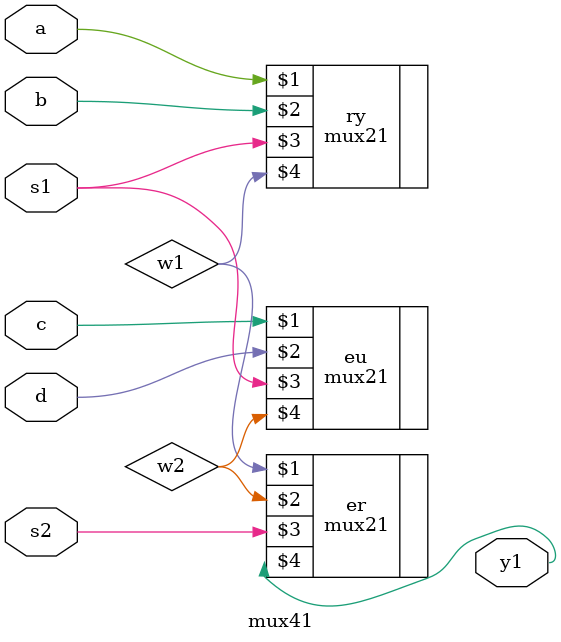
<source format=v>
module mux41 (input a,b,c,d,s1,s2,output  y1);
wire w1,w2;
mux21 ry (a,b,s1,w1);
mux21 eu (c,d,s1,w2);
mux21 er(w1,w2,s2,y1);
endmodule

</source>
